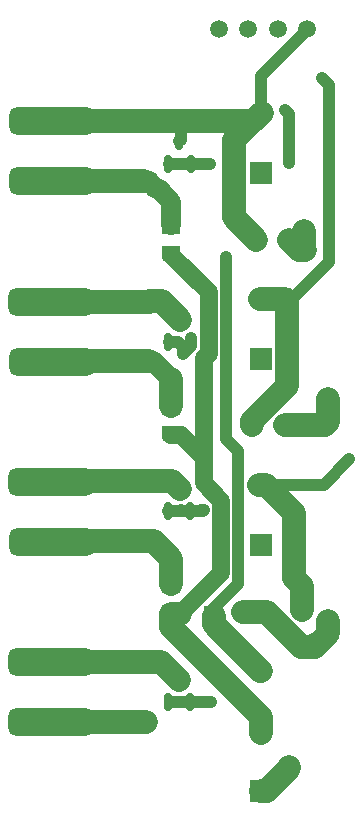
<source format=gbr>
%TF.GenerationSoftware,KiCad,Pcbnew,7.0.10*%
%TF.CreationDate,2024-07-21T07:16:58-04:00*%
%TF.ProjectId,12.2.1 - PLC Connector,31322e32-2e31-4202-9d20-504c4320436f,rev?*%
%TF.SameCoordinates,Original*%
%TF.FileFunction,Copper,L1,Top*%
%TF.FilePolarity,Positive*%
%FSLAX46Y46*%
G04 Gerber Fmt 4.6, Leading zero omitted, Abs format (unit mm)*
G04 Created by KiCad (PCBNEW 7.0.10) date 2024-07-21 07:16:58*
%MOMM*%
%LPD*%
G01*
G04 APERTURE LIST*
G04 Aperture macros list*
%AMRoundRect*
0 Rectangle with rounded corners*
0 $1 Rounding radius*
0 $2 $3 $4 $5 $6 $7 $8 $9 X,Y pos of 4 corners*
0 Add a 4 corners polygon primitive as box body*
4,1,4,$2,$3,$4,$5,$6,$7,$8,$9,$2,$3,0*
0 Add four circle primitives for the rounded corners*
1,1,$1+$1,$2,$3*
1,1,$1+$1,$4,$5*
1,1,$1+$1,$6,$7*
1,1,$1+$1,$8,$9*
0 Add four rect primitives between the rounded corners*
20,1,$1+$1,$2,$3,$4,$5,0*
20,1,$1+$1,$4,$5,$6,$7,0*
20,1,$1+$1,$6,$7,$8,$9,0*
20,1,$1+$1,$8,$9,$2,$3,0*%
%AMFreePoly0*
4,1,19,0.750000,-0.750000,-0.200000,-0.750000,-0.200000,-0.744911,-0.221157,-0.744911,-0.357708,-0.704816,-0.477430,-0.627875,-0.570627,-0.520320,-0.629746,-0.390866,-0.650000,-0.250000,-0.650000,0.250000,-0.629746,0.390866,-0.570627,0.520320,-0.477430,0.627875,-0.357708,0.704816,-0.221157,0.744911,-0.200000,0.744911,-0.200000,0.750000,0.750000,0.750000,0.750000,-0.750000,0.750000,-0.750000,
$1*%
%AMFreePoly1*
4,1,19,0.200000,0.744911,0.221157,0.744911,0.357708,0.704816,0.477430,0.627875,0.570627,0.520320,0.629746,0.390866,0.650000,0.250000,0.650000,-0.250000,0.629746,-0.390866,0.570627,-0.520320,0.477430,-0.627875,0.357708,-0.704816,0.221157,-0.744911,0.200000,-0.744911,0.200000,-0.750000,-0.750000,-0.750000,-0.750000,0.750000,0.200000,0.750000,0.200000,0.744911,0.200000,0.744911,
$1*%
G04 Aperture macros list end*
%TA.AperFunction,SMDPad,CuDef*%
%ADD10FreePoly0,90.000000*%
%TD*%
%TA.AperFunction,SMDPad,CuDef*%
%ADD11FreePoly1,90.000000*%
%TD*%
%TA.AperFunction,SMDPad,CuDef*%
%ADD12RoundRect,0.572500X-3.045750X-0.572500X3.045750X-0.572500X3.045750X0.572500X-3.045750X0.572500X0*%
%TD*%
%TA.AperFunction,SMDPad,CuDef*%
%ADD13RoundRect,0.150000X0.150000X-0.587500X0.150000X0.587500X-0.150000X0.587500X-0.150000X-0.587500X0*%
%TD*%
%TA.AperFunction,SMDPad,CuDef*%
%ADD14RoundRect,0.250000X-0.300000X-0.300000X0.300000X-0.300000X0.300000X0.300000X-0.300000X0.300000X0*%
%TD*%
%TA.AperFunction,SMDPad,CuDef*%
%ADD15RoundRect,0.250000X0.300000X0.300000X-0.300000X0.300000X-0.300000X-0.300000X0.300000X-0.300000X0*%
%TD*%
%TA.AperFunction,ComponentPad*%
%ADD16R,1.950000X1.950000*%
%TD*%
%TA.AperFunction,ComponentPad*%
%ADD17C,1.950000*%
%TD*%
%TA.AperFunction,ComponentPad*%
%ADD18C,1.498600*%
%TD*%
%TA.AperFunction,ViaPad*%
%ADD19C,0.800000*%
%TD*%
%TA.AperFunction,Conductor*%
%ADD20C,2.000000*%
%TD*%
%TA.AperFunction,Conductor*%
%ADD21C,1.016000*%
%TD*%
%TA.AperFunction,Conductor*%
%ADD22C,1.500000*%
%TD*%
%TA.AperFunction,Conductor*%
%ADD23C,1.651000*%
%TD*%
%TA.AperFunction,Conductor*%
%ADD24C,1.999996*%
%TD*%
G04 APERTURE END LIST*
D10*
%TO.P,JP101,1,A*%
%TO.N,Net-(J103-Pin_1)*%
X168200000Y-96550000D03*
D11*
%TO.P,JP101,2,B*%
%TO.N,Net-(J105-Pin_1)*%
X168200000Y-94050000D03*
%TD*%
D12*
%TO.P,J108,1,Pin_1*%
%TO.N,Net-(J102-Pin_1)*%
X158055361Y-54849351D03*
%TD*%
D13*
%TO.P,D105,1*%
%TO.N,GNDPWR*%
X167921369Y-58415349D03*
%TO.P,D105,2*%
X169821369Y-58415349D03*
%TO.P,D105,3*%
%TO.N,Net-(J102-Pin_1)*%
X168871369Y-56540349D03*
%TD*%
%TO.P,D106,1*%
%TO.N,GNDPWR*%
X167894000Y-73520500D03*
%TO.P,D106,2*%
X169794000Y-73520500D03*
%TO.P,D106,3*%
%TO.N,Net-(J114-Pin_1)*%
X168844000Y-71645500D03*
%TD*%
D12*
%TO.P,J105,1,Pin_1*%
%TO.N,Net-(J105-Pin_1)*%
X158043763Y-90429020D03*
%TD*%
D14*
%TO.P,D101,1*%
%TO.N,Net-(J114-Pin_1)*%
X175003000Y-80518000D03*
%TO.P,D101,2*%
%TO.N,GNDPWR*%
X177803000Y-80518000D03*
%TD*%
D12*
%TO.P,J101,1,Pin_1*%
%TO.N,Net-(J101-Pin_1)*%
X158049672Y-59928939D03*
%TD*%
%TO.P,J109,1,Pin_1*%
%TO.N,Net-(J103-Pin_1)*%
X158038266Y-105663999D03*
%TD*%
D15*
%TO.P,D104,1*%
%TO.N,Net-(J106-Pin_1)*%
X179076000Y-96393000D03*
%TO.P,D104,2*%
%TO.N,GNDPWR*%
X176276000Y-96393000D03*
%TD*%
D12*
%TO.P,J115,1,Pin_1*%
%TO.N,Net-(J113-Pin_1)*%
X158043068Y-75184540D03*
%TD*%
D13*
%TO.P,D108,1*%
%TO.N,GNDPWR*%
X167894000Y-87805500D03*
%TO.P,D108,2*%
X169794000Y-87805500D03*
%TO.P,D108,3*%
%TO.N,Net-(J106-Pin_1)*%
X168844000Y-85930500D03*
%TD*%
D12*
%TO.P,J106,1,Pin_1*%
%TO.N,Net-(J106-Pin_1)*%
X158034199Y-85336469D03*
%TD*%
D16*
%TO.P,J118,1,1*%
%TO.N,Net-(J105-Pin_1)*%
X175768000Y-90678000D03*
D17*
%TO.P,J118,2,2*%
%TO.N,Net-(J106-Pin_1)*%
X175768000Y-85598000D03*
%TD*%
D13*
%TO.P,D107,1*%
%TO.N,GNDPWR*%
X167894000Y-104013000D03*
%TO.P,D107,2*%
X169794000Y-104013000D03*
%TO.P,D107,3*%
%TO.N,Net-(J104-Pin_1)*%
X168844000Y-102138000D03*
%TD*%
D12*
%TO.P,J110,1,Pin_1*%
%TO.N,Net-(J104-Pin_1)*%
X158040712Y-100575452D03*
%TD*%
D16*
%TO.P,J120,1,1*%
%TO.N,Net-(J113-Pin_1)*%
X175768000Y-74930000D03*
D17*
%TO.P,J120,2,2*%
%TO.N,Net-(J114-Pin_1)*%
X175768000Y-69850000D03*
%TD*%
D10*
%TO.P,JP103,1,A*%
%TO.N,Net-(J103-Pin_1)*%
X168200000Y-66150000D03*
D11*
%TO.P,JP103,2,B*%
%TO.N,Net-(J101-Pin_1)*%
X168200000Y-63650000D03*
%TD*%
D14*
%TO.P,D103,1*%
%TO.N,Net-(J104-Pin_1)*%
X171447000Y-96393000D03*
%TO.P,D103,2*%
%TO.N,GNDPWR*%
X174247000Y-96393000D03*
%TD*%
D10*
%TO.P,JP102,1,A*%
%TO.N,Net-(J103-Pin_1)*%
X168200000Y-81400000D03*
D11*
%TO.P,JP102,2,B*%
%TO.N,Net-(J113-Pin_1)*%
X168200000Y-78900000D03*
%TD*%
D14*
%TO.P,D102,1*%
%TO.N,Net-(J102-Pin_1)*%
X175384000Y-64897000D03*
%TO.P,D102,2*%
%TO.N,GNDPWR*%
X178184000Y-64897000D03*
%TD*%
D16*
%TO.P,J117,1,1*%
%TO.N,GNDPWR*%
X175768000Y-111506000D03*
D17*
%TO.P,J117,2,2*%
%TO.N,Net-(J103-Pin_1)*%
X175768000Y-106426000D03*
%TO.P,J117,3,3*%
%TO.N,Net-(J104-Pin_1)*%
X175768000Y-101346000D03*
%TD*%
D12*
%TO.P,J114,1,Pin_1*%
%TO.N,Net-(J114-Pin_1)*%
X158039695Y-70104000D03*
%TD*%
D16*
%TO.P,J119,1,1*%
%TO.N,Net-(J101-Pin_1)*%
X175768000Y-59182000D03*
D17*
%TO.P,J119,2,2*%
%TO.N,Net-(J102-Pin_1)*%
X175768000Y-54102000D03*
%TD*%
D18*
%TO.P,J122,4,4*%
%TO.N,Net-(J102-Pin_1)*%
X179712000Y-46990000D03*
%TO.P,J122,3,3*%
%TO.N,Net-(J114-Pin_1)*%
X177212000Y-46990000D03*
%TO.P,J122,2,2*%
%TO.N,Net-(J106-Pin_1)*%
X174712000Y-46990000D03*
%TO.P,J122,1,1*%
%TO.N,Net-(J104-Pin_1)*%
X172212000Y-46990000D03*
%TD*%
D19*
%TO.N,Net-(J102-Pin_1)*%
X166186225Y-54846225D03*
X164463778Y-54846222D03*
X163033777Y-54846223D03*
%TO.N,Net-(J103-Pin_1)*%
X164880000Y-105660000D03*
X166070000Y-105690000D03*
X163470000Y-105660000D03*
%TO.N,Net-(J104-Pin_1)*%
X163570000Y-100590000D03*
X172845000Y-66296000D03*
X178181000Y-58338000D03*
X166100000Y-100579161D03*
X164880000Y-100570000D03*
X177806198Y-53854198D03*
%TO.N,Net-(J105-Pin_1)*%
X163690000Y-90410000D03*
X166100000Y-90400000D03*
X164930000Y-90430000D03*
%TO.N,Net-(J101-Pin_1)*%
X165900000Y-59930064D03*
X163331702Y-59928426D03*
X164666417Y-59911948D03*
%TO.N,GNDPWR*%
X177419000Y-110236000D03*
X171323000Y-104013000D03*
X178181000Y-109474000D03*
X179516994Y-65719994D03*
X168990000Y-103980000D03*
X180467000Y-99060000D03*
X181356000Y-98298000D03*
X181483000Y-97155000D03*
X169037000Y-87757000D03*
X181483000Y-79756000D03*
X168783010Y-73520500D03*
X168990000Y-58410000D03*
X169200000Y-74580000D03*
X170688000Y-87757000D03*
X181483000Y-78359000D03*
X170942000Y-58420000D03*
X179456000Y-64135000D03*
%TO.N,Net-(J106-Pin_1)*%
X166200000Y-85300000D03*
X183261000Y-83439000D03*
X163860000Y-85300000D03*
X165040000Y-85300000D03*
%TO.N,Net-(J114-Pin_1)*%
X166300000Y-70079907D03*
X180975000Y-51181000D03*
X165000000Y-70100000D03*
X163580000Y-70130000D03*
%TO.N,Net-(J113-Pin_1)*%
X166300000Y-75100000D03*
X163430000Y-75120000D03*
X164860000Y-75100000D03*
%TD*%
D20*
%TO.N,Net-(J102-Pin_1)*%
X173466000Y-56438000D02*
X173466000Y-62979000D01*
X175641000Y-54263000D02*
X173466000Y-56438000D01*
X158025560Y-54846229D02*
X163033771Y-54846229D01*
D21*
X168971000Y-56440718D02*
X168971000Y-54685000D01*
X179666900Y-47117000D02*
X175768000Y-51015900D01*
D20*
X173466000Y-62979000D02*
X175384000Y-64897000D01*
X163033771Y-54846229D02*
X163033777Y-54846223D01*
X166186222Y-54846222D02*
X166186225Y-54846225D01*
X164463778Y-54846222D02*
X163033778Y-54846222D01*
X164463778Y-54846222D02*
X166186222Y-54846222D01*
X163033778Y-54846222D02*
X163033777Y-54846223D01*
X166186229Y-54846229D02*
X175090439Y-54846229D01*
D21*
X175768000Y-51015900D02*
X175768000Y-54102000D01*
D20*
X175090439Y-54846229D02*
X175834668Y-54102000D01*
D21*
X168871369Y-56540349D02*
X168971000Y-56440718D01*
D20*
%TO.N,Net-(J103-Pin_1)*%
X175768000Y-106668500D02*
X175768000Y-105269801D01*
D22*
X171337000Y-69287000D02*
X171337000Y-74504924D01*
D20*
X166056511Y-105676511D02*
X166070000Y-105690000D01*
X168897056Y-96550000D02*
X168200000Y-96550000D01*
D22*
X168200000Y-81400000D02*
X169002000Y-81400000D01*
X168200000Y-66150000D02*
X171337000Y-69287000D01*
X170942000Y-83340000D02*
X170942000Y-84074000D01*
X170942000Y-74899924D02*
X170942000Y-85500924D01*
D20*
X157991881Y-105676511D02*
X166056511Y-105676511D01*
X168200000Y-97652969D02*
X168200000Y-96550000D01*
X166070000Y-105690000D02*
X166083489Y-105676511D01*
X175768000Y-105269801D02*
X168393668Y-97895469D01*
D22*
X172405000Y-93042056D02*
X168897056Y-96550000D01*
X172405000Y-86963924D02*
X172405000Y-93042056D01*
X169002000Y-81400000D02*
X170942000Y-83340000D01*
X170942000Y-85500924D02*
X172405000Y-86963924D01*
X171337000Y-74504924D02*
X170942000Y-74899924D01*
D21*
%TO.N,Net-(J104-Pin_1)*%
X177806198Y-53854198D02*
X178181000Y-54229000D01*
D20*
X171806163Y-97417497D02*
X171806163Y-96752163D01*
D21*
X171447000Y-96393000D02*
X173863000Y-93977000D01*
D20*
X168844000Y-102138000D02*
X167285161Y-100579161D01*
X175768000Y-101346000D02*
X175734666Y-101346000D01*
X158100000Y-100600000D02*
X166079161Y-100600000D01*
D21*
X173863000Y-82732080D02*
X172845000Y-81714080D01*
X173863000Y-93977000D02*
X173863000Y-82732080D01*
D20*
X167285161Y-100579161D02*
X166100000Y-100579161D01*
X166079161Y-100600000D02*
X166100000Y-100579161D01*
X175734666Y-101346000D02*
X171806163Y-97417497D01*
D21*
X172845000Y-81714080D02*
X172845000Y-66296000D01*
X178181000Y-54229000D02*
X178181000Y-58338000D01*
D20*
%TO.N,Net-(J105-Pin_1)*%
X166733294Y-90400000D02*
X168200000Y-91866706D01*
X166100000Y-90400000D02*
X166733294Y-90400000D01*
X168200000Y-91866706D02*
X168200000Y-94050000D01*
X158200000Y-90400000D02*
X166100000Y-90400000D01*
D23*
%TO.N,Net-(J101-Pin_1)*%
X166802119Y-60457069D02*
X167122528Y-60611365D01*
D20*
X165896435Y-59926499D02*
X165900000Y-59930064D01*
X158034088Y-59926499D02*
X165896435Y-59926499D01*
D23*
X167122528Y-60611365D02*
X167400567Y-60833088D01*
X167400567Y-60833088D02*
X168200000Y-61632521D01*
X165900000Y-59930064D02*
X166275114Y-59930064D01*
X168200000Y-61632521D02*
X168200000Y-63650000D01*
X166275114Y-59930064D02*
X166802119Y-60457069D01*
D21*
%TO.N,GNDPWR*%
X168021000Y-58420000D02*
X168910000Y-58420000D01*
D20*
X181483000Y-78359000D02*
X181483000Y-79756000D01*
D24*
X179006994Y-65719994D02*
X179516994Y-65719994D01*
D21*
X169146500Y-103995500D02*
X169164000Y-104013000D01*
X170942000Y-58420000D02*
X171450000Y-58420000D01*
D20*
X180467000Y-99060000D02*
X180594000Y-99060000D01*
D21*
X168988500Y-87805500D02*
X169037000Y-87757000D01*
D24*
X178184000Y-64897000D02*
X179006994Y-65719994D01*
D20*
X178181000Y-109601000D02*
X177546000Y-110236000D01*
X179197000Y-99314000D02*
X180340000Y-99314000D01*
X180467000Y-99187000D02*
X180467000Y-99060000D01*
D21*
X171340500Y-103995500D02*
X171559500Y-103995500D01*
D20*
X181483000Y-80264000D02*
X181229000Y-80518000D01*
D21*
X170736500Y-87805500D02*
X170893500Y-87805500D01*
D20*
X181229000Y-80518000D02*
X177803000Y-80518000D01*
D21*
X169085500Y-87805500D02*
X169860000Y-87805500D01*
D20*
X181356000Y-98298000D02*
X181483000Y-98171000D01*
X181483000Y-79756000D02*
X181483000Y-80264000D01*
D21*
X169181500Y-103995500D02*
X170162500Y-103995500D01*
X168008500Y-73520500D02*
X168783010Y-73520500D01*
X170688000Y-87757000D02*
X170736500Y-87805500D01*
X169860000Y-87805500D02*
X170639500Y-87805500D01*
X170639500Y-87805500D02*
X170688000Y-87757000D01*
D20*
X176276000Y-111506000D02*
X175768000Y-111506000D01*
X174247000Y-96393000D02*
X176276000Y-96393000D01*
D21*
X169037000Y-87757000D02*
X169085500Y-87805500D01*
D20*
X176276000Y-96393000D02*
X179197000Y-99314000D01*
X181483000Y-98171000D02*
X181483000Y-97155000D01*
X178181000Y-109474000D02*
X178181000Y-109601000D01*
D21*
X167894000Y-87805500D02*
X168988500Y-87805500D01*
X169200000Y-73937490D02*
X169200000Y-74580000D01*
X171305500Y-103995500D02*
X171323000Y-104013000D01*
D24*
X179456000Y-64135000D02*
X179456000Y-65659000D01*
D21*
X171323000Y-104013000D02*
X171340500Y-103995500D01*
X171559500Y-103995500D02*
X171577000Y-104013000D01*
X169921000Y-58420000D02*
X170942000Y-58420000D01*
D20*
X177419000Y-110363000D02*
X176276000Y-111506000D01*
D21*
X168783010Y-73520500D02*
X169200000Y-73937490D01*
X168262500Y-103995500D02*
X169146500Y-103995500D01*
X170893500Y-87805500D02*
X170942000Y-87757000D01*
X169879000Y-73901000D02*
X169879000Y-73215395D01*
D24*
X179456000Y-65659000D02*
X179516994Y-65719994D01*
D20*
X180594000Y-99060000D02*
X181356000Y-98298000D01*
D21*
X169164000Y-104013000D02*
X169181500Y-103995500D01*
X170162500Y-103995500D02*
X171305500Y-103995500D01*
X169200000Y-74580000D02*
X169879000Y-73901000D01*
X168910000Y-58420000D02*
X169921000Y-58420000D01*
D20*
X180340000Y-99314000D02*
X180467000Y-99187000D01*
%TO.N,Net-(J106-Pin_1)*%
X179231635Y-96237365D02*
X179231635Y-94141635D01*
X176176000Y-85598000D02*
X175634668Y-85598000D01*
X178562000Y-93472000D02*
X178562000Y-87984000D01*
X179231635Y-94141635D02*
X178562000Y-93472000D01*
X168279500Y-85300000D02*
X168910000Y-85930500D01*
D21*
X181102000Y-85598000D02*
X176176000Y-85598000D01*
D20*
X158000000Y-85300000D02*
X166200000Y-85300000D01*
X178562000Y-87984000D02*
X176176000Y-85598000D01*
X166200000Y-85300000D02*
X168279500Y-85300000D01*
D21*
X183261000Y-83439000D02*
X181102000Y-85598000D01*
D20*
%TO.N,Net-(J114-Pin_1)*%
X177943000Y-69993000D02*
X177943000Y-77232000D01*
X177943000Y-77232000D02*
X175003000Y-80172000D01*
D21*
X178437474Y-69850000D02*
X181542498Y-66744976D01*
D20*
X175003000Y-80172000D02*
X175003000Y-80518000D01*
D21*
X177800000Y-69850000D02*
X178437474Y-69850000D01*
D20*
X167392907Y-70079907D02*
X168958500Y-71645500D01*
D21*
X181542498Y-66744976D02*
X181542498Y-51748498D01*
D20*
X158000000Y-70100000D02*
X166279907Y-70100000D01*
X177800000Y-69850000D02*
X177943000Y-69993000D01*
D21*
X181542498Y-51748498D02*
X180975000Y-51181000D01*
D20*
X166279907Y-70100000D02*
X166300000Y-70079907D01*
X166300000Y-70079907D02*
X167392907Y-70079907D01*
X175701334Y-69850000D02*
X177800000Y-69850000D01*
%TO.N,Net-(J113-Pin_1)*%
X168200000Y-76626706D02*
X168200000Y-78900000D01*
X158000000Y-75100000D02*
X166300000Y-75100000D01*
D23*
X166673294Y-75100000D02*
X168200000Y-76626706D01*
%TD*%
M02*

</source>
